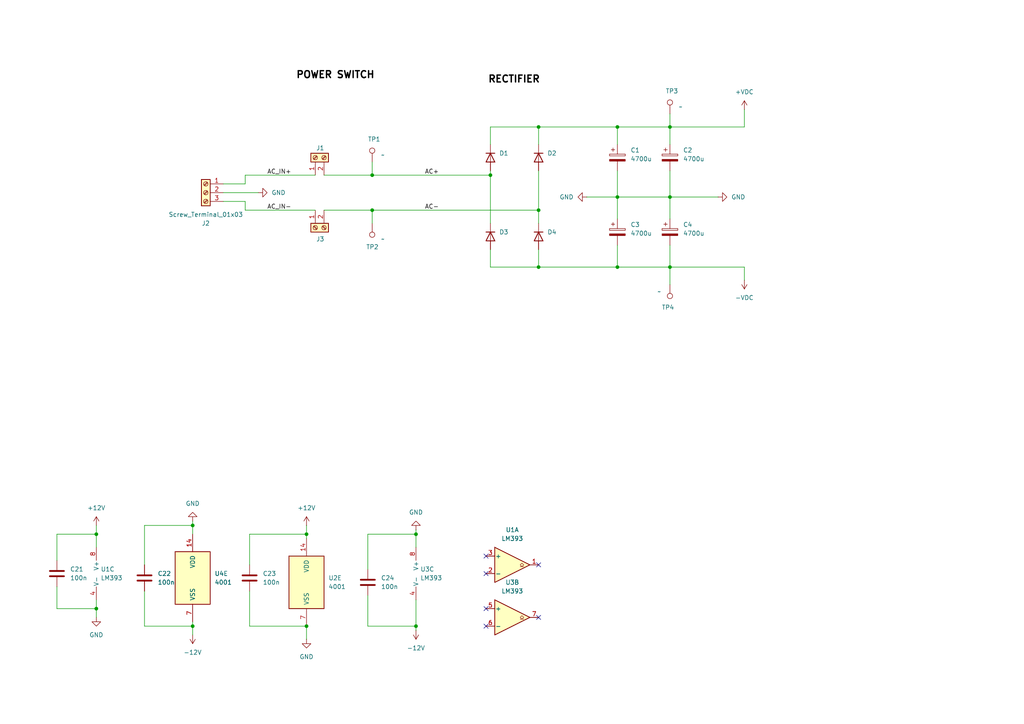
<source format=kicad_sch>
(kicad_sch (version 20231120) (generator "eeschema") (generator_version "8.0")
  (paper "A4")
  (title_block (title "Rectifier"))
  (lib_symbols
    (symbol "4xxx:4001" (pin_names (offset 1.016))
      (property "Reference" "U" (at 0 1.27 0))
      (property "Value" "4001" (at 0 -1.27 0))
      (symbol "4001_1_1"
        (arc (start -3.81 -3.81) (mid -2.589 0) (end -3.81 3.81) (stroke (width 0.254)))
        (arc (start -0.6096 -3.81) (mid 2.1842 -2.5851) (end 3.81 0) (stroke (width 0.254)) (fill (type background)))
        (polyline (pts (xy -3.81 -3.81) (xy -0.635 -3.81)) (stroke (width 0.254)) (fill (type background)))
        (polyline (pts (xy -3.81 3.81) (xy -0.635 3.81)) (stroke (width 0.254)) (fill (type background)))
        (polyline (pts (xy -0.635 3.81) (xy -3.81 3.81) (xy -3.81 3.81) (xy -3.556 3.4036) (xy -3.0226 2.2606) (xy -2.6924 1.0414) (xy -2.6162 -0.254) (xy -2.7686 -1.4986) (xy -3.175 -2.7178) (xy -3.81 -3.81) (xy -3.81 -3.81) (xy -0.635 -3.81)) (stroke (width -25.4)) (fill (type background)))
        (arc (start 3.81 0) (mid 2.1915 2.5936) (end -0.6096 3.81) (stroke (width 0.254)) (fill (type background)))
        (pin input line (at -7.62 2.54 0) (length 4.318) (name "~") (number "1"))
        (pin input line (at -7.62 -2.54 0) (length 4.318) (name "~") (number "2"))
        (pin output inverted (at 7.62 0 180) (length 3.81) (name "~") (number "3"))
      )
      (symbol "4001_1_2"
        (arc (start 0 -3.81) (mid 3.7934 0) (end 0 3.81) (stroke (width 0.254)) (fill (type background)))
        (polyline (pts (xy 0 3.81) (xy -3.81 3.81) (xy -3.81 -3.81) (xy 0 -3.81)) (stroke (width 0.254)) (fill (type background)))
        (pin input inverted (at -7.62 2.54 0) (length 3.81) (name "~") (number "1"))
        (pin input inverted (at -7.62 -2.54 0) (length 3.81) (name "~") (number "2"))
        (pin output line (at 7.62 0 180) (length 3.81) (name "~") (number "3"))
      )
      (symbol "4001_2_1"
        (arc (start -3.81 -3.81) (mid -2.589 0) (end -3.81 3.81) (stroke (width 0.254)))
        (arc (start -0.6096 -3.81) (mid 2.1842 -2.5851) (end 3.81 0) (stroke (width 0.254)) (fill (type background)))
        (polyline (pts (xy -3.81 -3.81) (xy -0.635 -3.81)) (stroke (width 0.254)) (fill (type background)))
        (polyline (pts (xy -3.81 3.81) (xy -0.635 3.81)) (stroke (width 0.254)) (fill (type background)))
        (polyline (pts (xy -0.635 3.81) (xy -3.81 3.81) (xy -3.81 3.81) (xy -3.556 3.4036) (xy -3.0226 2.2606) (xy -2.6924 1.0414) (xy -2.6162 -0.254) (xy -2.7686 -1.4986) (xy -3.175 -2.7178) (xy -3.81 -3.81) (xy -3.81 -3.81) (xy -0.635 -3.81)) (stroke (width -25.4)) (fill (type background)))
        (arc (start 3.81 0) (mid 2.1915 2.5936) (end -0.6096 3.81) (stroke (width 0.254)) (fill (type background)))
        (pin output inverted (at 7.62 0 180) (length 3.81) (name "~") (number "4"))
        (pin input line (at -7.62 2.54 0) (length 4.318) (name "~") (number "5"))
        (pin input line (at -7.62 -2.54 0) (length 4.318) (name "~") (number "6"))
      )
      (symbol "4001_2_2"
        (arc (start 0 -3.81) (mid 3.7934 0) (end 0 3.81) (stroke (width 0.254)) (fill (type background)))
        (polyline (pts (xy 0 3.81) (xy -3.81 3.81) (xy -3.81 -3.81) (xy 0 -3.81)) (stroke (width 0.254)) (fill (type background)))
        (pin output line (at 7.62 0 180) (length 3.81) (name "~") (number "4"))
        (pin input inverted (at -7.62 2.54 0) (length 3.81) (name "~") (number "5"))
        (pin input inverted (at -7.62 -2.54 0) (length 3.81) (name "~") (number "6"))
      )
      (symbol "4001_3_1"
        (arc (start -3.81 -3.81) (mid -2.589 0) (end -3.81 3.81) (stroke (width 0.254)))
        (arc (start -0.6096 -3.81) (mid 2.1842 -2.5851) (end 3.81 0) (stroke (width 0.254)) (fill (type background)))
        (polyline (pts (xy -3.81 -3.81) (xy -0.635 -3.81)) (stroke (width 0.254)) (fill (type background)))
        (polyline (pts (xy -3.81 3.81) (xy -0.635 3.81)) (stroke (width 0.254)) (fill (type background)))
        (polyline (pts (xy -0.635 3.81) (xy -3.81 3.81) (xy -3.81 3.81) (xy -3.556 3.4036) (xy -3.0226 2.2606) (xy -2.6924 1.0414) (xy -2.6162 -0.254) (xy -2.7686 -1.4986) (xy -3.175 -2.7178) (xy -3.81 -3.81) (xy -3.81 -3.81) (xy -0.635 -3.81)) (stroke (width -25.4)) (fill (type background)))
        (arc (start 3.81 0) (mid 2.1915 2.5936) (end -0.6096 3.81) (stroke (width 0.254)) (fill (type background)))
        (pin output inverted (at 7.62 0 180) (length 3.81) (name "~") (number "10"))
        (pin input line (at -7.62 2.54 0) (length 4.318) (name "~") (number "8"))
        (pin input line (at -7.62 -2.54 0) (length 4.318) (name "~") (number "9"))
      )
      (symbol "4001_3_2"
        (arc (start 0 -3.81) (mid 3.7934 0) (end 0 3.81) (stroke (width 0.254)) (fill (type background)))
        (polyline (pts (xy 0 3.81) (xy -3.81 3.81) (xy -3.81 -3.81) (xy 0 -3.81)) (stroke (width 0.254)) (fill (type background)))
        (pin output line (at 7.62 0 180) (length 3.81) (name "~") (number "10"))
        (pin input inverted (at -7.62 2.54 0) (length 3.81) (name "~") (number "8"))
        (pin input inverted (at -7.62 -2.54 0) (length 3.81) (name "~") (number "9"))
      )
      (symbol "4001_4_1"
        (arc (start -3.81 -3.81) (mid -2.589 0) (end -3.81 3.81) (stroke (width 0.254)))
        (arc (start -0.6096 -3.81) (mid 2.1842 -2.5851) (end 3.81 0) (stroke (width 0.254)) (fill (type background)))
        (polyline (pts (xy -3.81 -3.81) (xy -0.635 -3.81)) (stroke (width 0.254)) (fill (type background)))
        (polyline (pts (xy -3.81 3.81) (xy -0.635 3.81)) (stroke (width 0.254)) (fill (type background)))
        (polyline (pts (xy -0.635 3.81) (xy -3.81 3.81) (xy -3.81 3.81) (xy -3.556 3.4036) (xy -3.0226 2.2606) (xy -2.6924 1.0414) (xy -2.6162 -0.254) (xy -2.7686 -1.4986) (xy -3.175 -2.7178) (xy -3.81 -3.81) (xy -3.81 -3.81) (xy -0.635 -3.81)) (stroke (width -25.4)) (fill (type background)))
        (arc (start 3.81 0) (mid 2.1915 2.5936) (end -0.6096 3.81) (stroke (width 0.254)) (fill (type background)))
        (pin output inverted (at 7.62 0 180) (length 3.81) (name "~") (number "11"))
        (pin input line (at -7.62 2.54 0) (length 4.318) (name "~") (number "12"))
        (pin input line (at -7.62 -2.54 0) (length 4.318) (name "~") (number "13"))
      )
      (symbol "4001_4_2"
        (arc (start 0 -3.81) (mid 3.7934 0) (end 0 3.81) (stroke (width 0.254)) (fill (type background)))
        (polyline (pts (xy 0 3.81) (xy -3.81 3.81) (xy -3.81 -3.81) (xy 0 -3.81)) (stroke (width 0.254)) (fill (type background)))
        (pin output line (at 7.62 0 180) (length 3.81) (name "~") (number "11"))
        (pin input inverted (at -7.62 2.54 0) (length 3.81) (name "~") (number "12"))
        (pin input inverted (at -7.62 -2.54 0) (length 3.81) (name "~") (number "13"))
      )
      (symbol "4001_5_0"
        (pin power_in line (at 0 12.7 270) (length 5.08) (name "VDD") (number "14"))
        (pin power_in line (at 0 -12.7 90) (length 5.08) (name "VSS") (number "7"))
      )
      (symbol "4001_5_1"
        (rectangle (start -5.08 7.62) (end 5.08 -7.62) (stroke (width 0.254)) (fill (type background)))
      )
    )
    (symbol "Comparator:LM393" (pin_names (offset 0.127))
      (property "Reference" "U" (at 3.81 3.81 0))
      (property "Value" "LM393" (at 6.35 -3.81 0))
      (symbol "LM393_1_1"
        (polyline (pts (xy -5.08 5.08) (xy 5.08 0) (xy -5.08 -5.08) (xy -5.08 5.08)) (stroke (width 0.254)) (fill (type background)))
        (polyline (pts (xy 3.302 -0.508) (xy 2.794 -0.508) (xy 3.302 0) (xy 2.794 0.508) (xy 2.286 0) (xy 2.794 -0.508) (xy 2.286 -0.508)) (stroke (width 0.127)))
        (pin open_collector line (at 7.62 0 180) (length 2.54) (name "~") (number "1"))
        (pin input line (at -7.62 -2.54 0) (length 2.54) (name "-") (number "2"))
        (pin input line (at -7.62 2.54 0) (length 2.54) (name "+") (number "3"))
      )
      (symbol "LM393_2_1"
        (polyline (pts (xy -5.08 5.08) (xy 5.08 0) (xy -5.08 -5.08) (xy -5.08 5.08)) (stroke (width 0.254)) (fill (type background)))
        (polyline (pts (xy 3.302 -0.508) (xy 2.794 -0.508) (xy 3.302 0) (xy 2.794 0.508) (xy 2.286 0) (xy 2.794 -0.508) (xy 2.286 -0.508)) (stroke (width 0.127)))
        (pin input line (at -7.62 2.54 0) (length 2.54) (name "+") (number "5"))
        (pin input line (at -7.62 -2.54 0) (length 2.54) (name "-") (number "6"))
        (pin open_collector line (at 7.62 0 180) (length 2.54) (name "~") (number "7"))
      )
      (symbol "LM393_3_1"
        (pin power_in line (at -2.54 -7.62 90) (length 3.81) (name "V-") (number "4"))
        (pin power_in line (at -2.54 7.62 270) (length 3.81) (name "V+") (number "8"))
      )
    )
    (symbol "Connector:Screw_Terminal_01x02" (pin_names (offset 1.016) hide)
      (property "Reference" "J" (at 0 2.54 0))
      (property "Value" "Screw_Terminal_01x02" (at 0 -5.08 0))
      (symbol "Screw_Terminal_01x02_1_1"
        (rectangle (start -1.27 1.27) (end 1.27 -3.81) (stroke (width 0.254)) (fill (type background)))
        (circle (center 0 -2.54) (radius 0.635) (stroke (width 0.1524)))
        (polyline (pts (xy -0.5334 -2.2098) (xy 0.3302 -3.048)) (stroke (width 0.1524)))
        (polyline (pts (xy -0.5334 0.3302) (xy 0.3302 -0.508)) (stroke (width 0.1524)))
        (polyline (pts (xy -0.3556 -2.032) (xy 0.508 -2.8702)) (stroke (width 0.1524)))
        (polyline (pts (xy -0.3556 0.508) (xy 0.508 -0.3302)) (stroke (width 0.1524)))
        (circle (center 0 0) (radius 0.635) (stroke (width 0.1524)))
        (pin passive line (at -5.08 0 0) (length 3.81) (name "Pin_1") (number "1"))
        (pin passive line (at -5.08 -2.54 0) (length 3.81) (name "Pin_2") (number "2"))
      )
    )
    (symbol "Connector:Screw_Terminal_01x03" (pin_names (offset 1.016) hide)
      (property "Reference" "J" (at 0 5.08 0))
      (property "Value" "Screw_Terminal_01x03" (at 0 -5.08 0))
      (symbol "Screw_Terminal_01x03_1_1"
        (rectangle (start -1.27 3.81) (end 1.27 -3.81) (stroke (width 0.254)) (fill (type background)))
        (circle (center 0 -2.54) (radius 0.635) (stroke (width 0.1524)))
        (polyline (pts (xy -0.5334 -2.2098) (xy 0.3302 -3.048)) (stroke (width 0.1524)))
        (polyline (pts (xy -0.5334 0.3302) (xy 0.3302 -0.508)) (stroke (width 0.1524)))
        (polyline (pts (xy -0.5334 2.8702) (xy 0.3302 2.032)) (stroke (width 0.1524)))
        (polyline (pts (xy -0.3556 -2.032) (xy 0.508 -2.8702)) (stroke (width 0.1524)))
        (polyline (pts (xy -0.3556 0.508) (xy 0.508 -0.3302)) (stroke (width 0.1524)))
        (polyline (pts (xy -0.3556 3.048) (xy 0.508 2.2098)) (stroke (width 0.1524)))
        (circle (center 0 0) (radius 0.635) (stroke (width 0.1524)))
        (circle (center 0 2.54) (radius 0.635) (stroke (width 0.1524)))
        (pin passive line (at -5.08 2.54 0) (length 3.81) (name "Pin_1") (number "1"))
        (pin passive line (at -5.08 0 0) (length 3.81) (name "Pin_2") (number "2"))
        (pin passive line (at -5.08 -2.54 0) (length 3.81) (name "Pin_3") (number "3"))
      )
    )
    (symbol "Connector:TestPoint" (pin_numbers hide) (pin_names (offset 0.762) hide)
      (property "Reference" "TP" (at 0 6.858 0))
      (property "Value" "TestPoint" (at 0 5.08 0))
      (symbol "TestPoint_0_1"
        (circle (center 0 3.302) (radius 0.762))
      )
      (symbol "TestPoint_1_1"
        (pin passive line (at 0 0 90) (length 2.54) (name "1") (number "1"))
      )
    )
    (symbol "Device:C" (pin_numbers hide) (pin_names (offset 0.254))
      (property "Reference" "C" (at 0.635 2.54 0))
      (property "Value" "C" (at 0.635 -2.54 0))
      (symbol "C_0_1"
        (polyline (pts (xy -2.032 -0.762) (xy 2.032 -0.762)) (stroke (width 0.508)))
        (polyline (pts (xy -2.032 0.762) (xy 2.032 0.762)) (stroke (width 0.508)))
      )
      (symbol "C_1_1"
        (pin passive line (at 0 3.81 270) (length 2.794) (name "~") (number "1"))
        (pin passive line (at 0 -3.81 90) (length 2.794) (name "~") (number "2"))
      )
    )
    (symbol "Device:C_Polarized" (pin_numbers hide) (pin_names (offset 0.254))
      (property "Reference" "C" (at 0.635 2.54 0))
      (property "Value" "C_Polarized" (at 0.635 -2.54 0))
      (symbol "C_Polarized_0_1"
        (rectangle (start -2.286 0.508) (end 2.286 1.016))
        (polyline (pts (xy -1.778 2.286) (xy -0.762 2.286)))
        (polyline (pts (xy -1.27 2.794) (xy -1.27 1.778)))
        (rectangle (start 2.286 -0.508) (end -2.286 -1.016) (fill (type outline)))
      )
      (symbol "C_Polarized_1_1"
        (pin passive line (at 0 3.81 270) (length 2.794) (name "~") (number "1"))
        (pin passive line (at 0 -3.81 90) (length 2.794) (name "~") (number "2"))
      )
    )
    (symbol "SamacSys_Parts:FERD20H100STS" (pin_numbers hide) (pin_names hide)
      (property "Reference" "D" (at 4.318 7.112 0))
      (symbol "FERD20H100STS_0_1"
        (polyline (pts (xy -1.27 1.27) (xy -1.27 -1.27)) (stroke (width 0.254)))
        (polyline (pts (xy 1.27 0) (xy -1.27 0)))
        (polyline (pts (xy 1.27 1.27) (xy 1.27 -1.27) (xy -1.27 0) (xy 1.27 1.27)) (stroke (width 0.254)))
      )
      (symbol "FERD20H100STS_1_0"
        (pin passive line (at 3.81 0 180) (length 2.54) (name "A") (number "3"))
      )
      (symbol "FERD20H100STS_1_1"
        (pin passive line (at 3.81 0 180) (length 2.54) (name "A") (number "1"))
        (pin passive line (at -3.81 0 0) (length 2.54) (name "K") (number "2"))
      )
    )
    (symbol "power:+12L" (power) (pin_numbers hide) (pin_names (offset 0) hide)
      (property "Value" "+12L" (at 0 3.556 0))
      (symbol "+12L_0_1"
        (polyline (pts (xy -0.762 1.27) (xy 0 2.54)))
        (polyline (pts (xy 0 0) (xy 0 2.54)))
        (polyline (pts (xy 0 2.54) (xy 0.762 1.27)))
      )
      (symbol "+12L_1_1"
        (pin power_in line (at 0 0 90) (length 0) (name "~") (number "1"))
      )
    )
    (symbol "power:GND" (power) (pin_numbers hide) (pin_names (offset 0) hide)
      (property "Value" "GND" (at 0 -3.81 0))
      (symbol "GND_0_1"
        (polyline (pts (xy 0 0) (xy 0 -1.27) (xy 1.27 -1.27) (xy 0 -2.54) (xy -1.27 -1.27) (xy 0 -1.27)))
      )
      (symbol "GND_1_1"
        (pin power_in line (at 0 0 270) (length 0) (name "~") (number "1"))
      )
    )
  )
  (junction (at 156.21 60.96))
  (junction (at 107.95 50.8))
  (junction (at 55.88 152.4))
  (junction (at 88.9 181.61))
  (junction (at 107.95 60.96))
  (junction (at 194.31 36.83))
  (junction (at 179.07 36.83))
  (junction (at 55.88 181.61))
  (junction (at 120.65 154.94))
  (junction (at 194.31 77.47))
  (junction (at 120.65 181.61))
  (junction (at 27.94 176.53))
  (junction (at 179.07 77.47))
  (junction (at 142.24 50.8))
  (junction (at 27.94 154.94))
  (junction (at 156.21 77.47))
  (junction (at 156.21 36.83))
  (junction (at 179.07 57.15))
  (junction (at 88.9 154.94))
  (junction (at 194.31 57.15))
  (no_connect (at 140.97 181.61))
  (no_connect (at 140.97 166.37))
  (no_connect (at 156.21 163.83))
  (no_connect (at 156.21 179.07))
  (no_connect (at 140.97 161.29))
  (no_connect (at 140.97 176.53))
  (wire (pts (xy 16.51 154.94) (xy 16.51 162.56)))
  (wire (pts (xy 142.24 49.53) (xy 142.24 50.8)))
  (wire (pts (xy 107.95 60.96) (xy 156.21 60.96)))
  (wire (pts (xy 71.12 60.96) (xy 71.12 58.42)))
  (wire (pts (xy 120.65 154.94) (xy 120.65 158.75)))
  (wire (pts (xy 142.24 36.83) (xy 156.21 36.83)))
  (wire (pts (xy 88.9 152.4) (xy 88.9 154.94)))
  (wire (pts (xy 41.91 171.45) (xy 41.91 181.61)))
  (wire (pts (xy 88.9 154.94) (xy 72.39 154.94)))
  (wire (pts (xy 179.07 36.83) (xy 179.07 41.91)))
  (wire (pts (xy 106.68 181.61) (xy 120.65 181.61)))
  (wire (pts (xy 142.24 77.47) (xy 156.21 77.47)))
  (wire (pts (xy 156.21 60.96) (xy 156.21 64.77)))
  (wire (pts (xy 27.94 176.53) (xy 27.94 179.07)))
  (wire (pts (xy 72.39 154.94) (xy 72.39 163.83)))
  (wire (pts (xy 55.88 181.61) (xy 55.88 180.34)))
  (wire (pts (xy 27.94 173.99) (xy 27.94 176.53)))
  (wire (pts (xy 179.07 57.15) (xy 179.07 63.5)))
  (wire (pts (xy 27.94 154.94) (xy 27.94 158.75)))
  (wire (pts (xy 88.9 154.94) (xy 88.9 156.21)))
  (wire (pts (xy 72.39 171.45) (xy 72.39 181.61)))
  (wire (pts (xy 88.9 185.42) (xy 88.9 181.61)))
  (wire (pts (xy 156.21 77.47) (xy 179.07 77.47)))
  (wire (pts (xy 156.21 36.83) (xy 156.21 41.91)))
  (wire (pts (xy 194.31 77.47) (xy 179.07 77.47)))
  (wire (pts (xy 93.98 50.8) (xy 107.95 50.8)))
  (wire (pts (xy 142.24 72.39) (xy 142.24 77.47)))
  (wire (pts (xy 194.31 77.47) (xy 215.9 77.47)))
  (wire (pts (xy 194.31 57.15) (xy 208.28 57.15)))
  (wire (pts (xy 41.91 181.61) (xy 55.88 181.61)))
  (wire (pts (xy 71.12 58.42) (xy 64.77 58.42)))
  (wire (pts (xy 55.88 184.15) (xy 55.88 181.61)))
  (wire (pts (xy 55.88 152.4) (xy 41.91 152.4)))
  (wire (pts (xy 142.24 50.8) (xy 142.24 64.77)))
  (wire (pts (xy 27.94 154.94) (xy 16.51 154.94)))
  (wire (pts (xy 107.95 50.8) (xy 142.24 50.8)))
  (wire (pts (xy 156.21 49.53) (xy 156.21 60.96)))
  (wire (pts (xy 194.31 36.83) (xy 215.9 36.83)))
  (wire (pts (xy 194.31 71.12) (xy 194.31 77.47)))
  (wire (pts (xy 27.94 152.4) (xy 27.94 154.94)))
  (wire (pts (xy 120.65 182.88) (xy 120.65 181.61)))
  (wire (pts (xy 215.9 81.28) (xy 215.9 77.47)))
  (wire (pts (xy 194.31 36.83) (xy 194.31 41.91)))
  (wire (pts (xy 120.65 181.61) (xy 120.65 173.99)))
  (wire (pts (xy 106.68 154.94) (xy 120.65 154.94)))
  (wire (pts (xy 156.21 77.47) (xy 156.21 72.39)))
  (wire (pts (xy 215.9 31.75) (xy 215.9 36.83)))
  (wire (pts (xy 142.24 41.91) (xy 142.24 36.83)))
  (wire (pts (xy 107.95 60.96) (xy 107.95 64.77)))
  (wire (pts (xy 106.68 172.72) (xy 106.68 181.61)))
  (wire (pts (xy 71.12 60.96) (xy 91.44 60.96)))
  (wire (pts (xy 194.31 57.15) (xy 194.31 63.5)))
  (wire (pts (xy 194.31 33.02) (xy 194.31 36.83)))
  (wire (pts (xy 194.31 77.47) (xy 194.31 82.55)))
  (wire (pts (xy 179.07 36.83) (xy 194.31 36.83)))
  (wire (pts (xy 156.21 36.83) (xy 179.07 36.83)))
  (wire (pts (xy 93.98 60.96) (xy 107.95 60.96)))
  (wire (pts (xy 71.12 50.8) (xy 71.12 53.34)))
  (wire (pts (xy 71.12 50.8) (xy 91.44 50.8)))
  (wire (pts (xy 179.07 57.15) (xy 194.31 57.15)))
  (wire (pts (xy 106.68 165.1) (xy 106.68 154.94)))
  (wire (pts (xy 194.31 49.53) (xy 194.31 57.15)))
  (wire (pts (xy 120.65 153.67) (xy 120.65 154.94)))
  (wire (pts (xy 107.95 46.99) (xy 107.95 50.8)))
  (wire (pts (xy 170.18 57.15) (xy 179.07 57.15)))
  (wire (pts (xy 179.07 71.12) (xy 179.07 77.47)))
  (wire (pts (xy 179.07 49.53) (xy 179.07 57.15)))
  (wire (pts (xy 16.51 176.53) (xy 16.51 170.18)))
  (wire (pts (xy 71.12 53.34) (xy 64.77 53.34)))
  (wire (pts (xy 41.91 152.4) (xy 41.91 163.83)))
  (wire (pts (xy 27.94 176.53) (xy 16.51 176.53)))
  (wire (pts (xy 64.77 55.88) (xy 74.93 55.88)))
  (wire (pts (xy 72.39 181.61) (xy 88.9 181.61)))
  (wire (pts (xy 55.88 151.13) (xy 55.88 152.4)))
  (wire (pts (xy 55.88 152.4) (xy 55.88 154.94)))
  (text "RECTIFIER\n" (at 149.098 23.114 0) (effects (font (size 2 2) (thickness 0.4) (bold yes))))
  (text "POWER SWITCH\n" (at 97.282 21.844 0) (effects (font (size 2 2) (thickness 0.4) (bold yes))))
  (label "AC_IN-" (at 77.47 60.96 0))
  (label "AC-" (at 123.19 60.96 0))
  (label "AC_IN+" (at 77.47 50.8 0))
  (label "AC+" (at 123.19 50.8 0))
  (symbol (lib_id "power:+12L") (at 215.9 81.28 180) (unit 1)
    (property "Reference" "#PWR05" (effects (hide yes)))
    (property "Value" "-VDC" (at 215.9 86.36 0))
    (property "Description" "Power symbol creates a global label with name \"+12L\"" (effects (hide yes)))
  )
  (symbol (lib_id "4xxx:4001") (at 88.9 168.91 0) (unit 5)
    (property "Reference" "U2" (at 95.25 167.6399 0) (effects (justify left)))
    (property "Value" "4001" (at 95.25 170.1799 0) (effects (justify left)))
    (property "Footprint" "SamacSys_Parts:SOIC127P600X175-14N" (effects (hide yes)))
    (property "Datasheet" "http://www.intersil.com/content/dam/Intersil/documents/cd40/cd4000bms-01bms-02bms-25bms.pdf" (effects (hide yes)))
    (property "Description" "Quad Nor 2 inputs" (effects (hide yes)))
  )
  (symbol (lib_id "power:GND") (at 208.28 57.15 90) (unit 1)
    (property "Reference" "#PWR04" (effects (hide yes)))
    (property "Value" "GND" (at 212.09 57.1499 90) (effects (justify right)))
    (property "Description" "Power symbol creates a global label with name \"GND\" , ground" (effects (hide yes)))
  )
  (symbol (lib_id "power:GND") (at 27.94 179.07 0) (unit 1)
    (property "Reference" "#PWR010" (effects (hide yes)))
    (property "Value" "GND" (at 27.94 184.15 0))
    (property "Description" "Power symbol creates a global label with name \"GND\" , ground" (effects (hide yes)))
  )
  (symbol (lib_id "Connector:Screw_Terminal_01x03") (at 59.69 55.88 0) (mirror y) (unit 1)
    (property "Reference" "J2" (at 59.69 64.77 0))
    (property "Value" "Screw_Terminal_01x03" (at 59.69 62.23 0))
    (property "Footprint" "TerminalBlock_Phoenix:TerminalBlock_Phoenix_MKDS-1,5-3-5.08_1x03_P5.08mm_Horizontal" (effects (hide yes)))
    (property "Description" "Generic screw terminal, single row, 01x03, script generated (kicad-library-utils/schlib/autogen/connector/)" (effects (hide yes)))
  )
  (symbol (lib_id "Connector:Screw_Terminal_01x02") (at 91.44 45.72 90) (unit 1)
    (property "Reference" "J1" (at 91.694 42.926 90) (effects (justify right)))
    (property "Value" "Screw_Terminal_01x02" (effects (hide yes)))
    (property "Footprint" "TerminalBlock_Phoenix:TerminalBlock_Phoenix_MKDS-1,5-2-5.08_1x02_P5.08mm_Horizontal" (effects (hide yes)))
    (property "Description" "Generic screw terminal, single row, 01x02, script generated (kicad-library-utils/schlib/autogen/connector/)" (effects (hide yes)))
  )
  (symbol (lib_id "Device:C_Polarized") (at 194.31 67.31 0) (unit 1)
    (property "Reference" "C4" (at 198.12 65.1509 0) (effects (justify left)))
    (property "Value" "4700u" (at 198.12 67.6909 0) (effects (justify left)))
    (property "Footprint" "Capacitor_THT:CP_Radial_D22.0mm_P10.00mm_SnapIn" (effects (hide yes)))
    (property "Description" "Polarized capacitor" (effects (hide yes)))
  )
  (symbol (lib_id "SamacSys_Parts:FERD20H100STS") (at 142.24 45.72 270) (unit 1)
    (property "Reference" "D1" (at 144.78 44.4499 90) (effects (justify left)))
    (property "Value" "FERD20H100STS" (effects (hide yes)))
    (property "Footprint" "SamacSys_Parts:TO254P483X1010X2035-3P" (effects (hide yes)))
    (property "Datasheet" "https://www.arrow.com/en/products/ferd20h100sts/stmicroelectronics" (effects (hide yes)))
    (property "Description" "Diode 100V 20A 3-Pin(3+Tab) TO-220AB Tube" (effects (hide yes)))
    (property "Height" "4.6" (effects (hide yes)))
    (property "Mouser Part Number" "511-FERD20H100STS" (effects (hide yes)))
    (property "Mouser Price/Stock" "https://www.mouser.co.uk/ProductDetail/STMicroelectronics/FERD20H100STS?qs=CXI0wBT1M2jAjjcO6q9G1A%3D%3D" (effects (hide yes)))
    (property "Manufacturer_Name" "STMicroelectronics" (effects (hide yes)))
    (property "Manufacturer_Part_Number" "FERD20H100STS" (effects (hide yes)))
  )
  (symbol (lib_id "SamacSys_Parts:FERD20H100STS") (at 156.21 68.58 270) (unit 1)
    (property "Reference" "D4" (at 158.75 67.3099 90) (effects (justify left)))
    (property "Value" "FERD20H100STS" (effects (hide yes)))
    (property "Footprint" "SamacSys_Parts:TO254P483X1010X2035-3P" (effects (hide yes)))
    (property "Datasheet" "https://www.arrow.com/en/products/ferd20h100sts/stmicroelectronics" (effects (hide yes)))
    (property "Description" "Diode 100V 20A 3-Pin(3+Tab) TO-220AB Tube" (effects (hide yes)))
    (property "Height" "4.6" (effects (hide yes)))
    (property "Mouser Part Number" "511-FERD20H100STS" (effects (hide yes)))
    (property "Mouser Price/Stock" "https://www.mouser.co.uk/ProductDetail/STMicroelectronics/FERD20H100STS?qs=CXI0wBT1M2jAjjcO6q9G1A%3D%3D" (effects (hide yes)))
    (property "Manufacturer_Name" "STMicroelectronics" (effects (hide yes)))
    (property "Manufacturer_Part_Number" "FERD20H100STS" (effects (hide yes)))
  )
  (symbol (lib_id "Device:C_Polarized") (at 194.31 45.72 0) (unit 1)
    (property "Reference" "C2" (at 198.12 43.5609 0) (effects (justify left)))
    (property "Value" "4700u" (at 198.12 46.1009 0) (effects (justify left)))
    (property "Footprint" "Capacitor_THT:CP_Radial_D22.0mm_P10.00mm_SnapIn" (effects (hide yes)))
    (property "Description" "Polarized capacitor" (effects (hide yes)))
  )
  (symbol (lib_id "Device:C") (at 72.39 167.64 0) (unit 1)
    (property "Reference" "C23" (at 76.2 166.3699 0) (effects (justify left)))
    (property "Value" "100n" (at 76.2 168.9099 0) (effects (justify left)))
    (property "Footprint" "Capacitor_THT:C_Rect_L7.0mm_W2.5mm_P5.00mm" (effects (hide yes)))
    (property "Description" "Unpolarized capacitor" (effects (hide yes)))
  )
  (symbol (lib_id "Comparator:LM393") (at 123.19 166.37 0) (unit 3)
    (property "Reference" "U3" (at 121.92 165.0999 0) (effects (justify left)))
    (property "Value" "LM393" (at 121.92 167.6399 0) (effects (justify left)))
    (property "Footprint" "Package_SO:SOIC-8_3.9x4.9mm_P1.27mm" (effects (hide yes)))
    (property "Datasheet" "http://www.ti.com/lit/ds/symlink/lm393.pdf" (effects (hide yes)))
    (property "Description" "Low-Power, Low-Offset Voltage, Dual Comparators, DIP-8/SOIC-8/TO-99-8" (effects (hide yes)))
  )
  (symbol (lib_id "Connector:TestPoint") (at 194.31 33.02 0) (unit 1)
    (property "Reference" "TP3" (at 193.04 26.416 0) (effects (justify left)))
    (property "Value" "~" (at 196.85 30.9879 0) (effects (justify left)))
    (property "Footprint" "Connector_Pin:Pin_D1.3mm_L10.0mm_W3.5mm_Flat" (effects (hide yes)))
    (property "Description" "test point" (effects (hide yes)))
  )
  (symbol (lib_id "power:+12L") (at 120.65 182.88 180) (unit 1)
    (property "Reference" "#PWR011" (effects (hide yes)))
    (property "Value" "-12V" (at 120.65 187.96 0))
    (property "Description" "Power symbol creates a global label with name \"+12L\"" (effects (hide yes)))
  )
  (symbol (lib_id "Comparator:LM393") (at 148.59 179.07 0) (unit 2)
    (property "Reference" "U3" (at 148.59 168.91 0))
    (property "Value" "LM393" (at 148.59 171.45 0))
    (property "Footprint" "Package_SO:SOIC-8_3.9x4.9mm_P1.27mm" (effects (hide yes)))
    (property "Datasheet" "http://www.ti.com/lit/ds/symlink/lm393.pdf" (effects (hide yes)))
    (property "Description" "Low-Power, Low-Offset Voltage, Dual Comparators, DIP-8/SOIC-8/TO-99-8" (effects (hide yes)))
  )
  (symbol (lib_id "4xxx:4001") (at 55.88 167.64 0) (unit 5)
    (property "Reference" "U4" (at 62.23 166.3699 0) (effects (justify left)))
    (property "Value" "4001" (at 62.23 168.9099 0) (effects (justify left)))
    (property "Footprint" "SamacSys_Parts:SOIC127P600X175-14N" (effects (hide yes)))
    (property "Datasheet" "http://www.intersil.com/content/dam/Intersil/documents/cd40/cd4000bms-01bms-02bms-25bms.pdf" (effects (hide yes)))
    (property "Description" "Quad Nor 2 inputs" (effects (hide yes)))
  )
  (symbol (lib_id "Device:C_Polarized") (at 179.07 67.31 0) (unit 1)
    (property "Reference" "C3" (at 182.88 65.1509 0) (effects (justify left)))
    (property "Value" "4700u" (at 182.88 67.6909 0) (effects (justify left)))
    (property "Footprint" "Capacitor_THT:CP_Radial_D22.0mm_P10.00mm_SnapIn" (effects (hide yes)))
    (property "Description" "Polarized capacitor" (effects (hide yes)))
  )
  (symbol (lib_id "Device:C") (at 106.68 168.91 0) (unit 1)
    (property "Reference" "C24" (at 110.49 167.6399 0) (effects (justify left)))
    (property "Value" "100n" (at 110.49 170.1799 0) (effects (justify left)))
    (property "Footprint" "Capacitor_THT:C_Rect_L7.0mm_W2.5mm_P5.00mm" (effects (hide yes)))
    (property "Description" "Unpolarized capacitor" (effects (hide yes)))
  )
  (symbol (lib_id "power:+12L") (at 215.9 31.75 0) (unit 1)
    (property "Reference" "#PWR01" (effects (hide yes)))
    (property "Value" "+VDC" (at 215.9 26.67 0))
    (property "Description" "Power symbol creates a global label with name \"+12L\"" (effects (hide yes)))
  )
  (symbol (lib_id "SamacSys_Parts:FERD20H100STS") (at 156.21 45.72 270) (unit 1)
    (property "Reference" "D2" (at 158.75 44.4499 90) (effects (justify left)))
    (property "Value" "FERD20H100STS" (effects (hide yes)))
    (property "Footprint" "SamacSys_Parts:TO254P483X1010X2035-3P" (effects (hide yes)))
    (property "Datasheet" "https://www.arrow.com/en/products/ferd20h100sts/stmicroelectronics" (effects (hide yes)))
    (property "Description" "Diode 100V 20A 3-Pin(3+Tab) TO-220AB Tube" (effects (hide yes)))
    (property "Height" "4.6" (effects (hide yes)))
    (property "Mouser Part Number" "511-FERD20H100STS" (effects (hide yes)))
    (property "Mouser Price/Stock" "https://www.mouser.co.uk/ProductDetail/STMicroelectronics/FERD20H100STS?qs=CXI0wBT1M2jAjjcO6q9G1A%3D%3D" (effects (hide yes)))
    (property "Manufacturer_Name" "STMicroelectronics" (effects (hide yes)))
    (property "Manufacturer_Part_Number" "FERD20H100STS" (effects (hide yes)))
  )
  (symbol (lib_id "power:+12L") (at 55.88 184.15 180) (unit 1)
    (property "Reference" "#PWR012" (effects (hide yes)))
    (property "Value" "-12V" (at 55.88 189.23 0))
    (property "Description" "Power symbol creates a global label with name \"+12L\"" (effects (hide yes)))
  )
  (symbol (lib_id "Comparator:LM393") (at 30.48 166.37 0) (unit 3)
    (property "Reference" "U1" (at 29.21 165.0999 0) (effects (justify left)))
    (property "Value" "LM393" (at 29.21 167.6399 0) (effects (justify left)))
    (property "Footprint" "Package_SO:SOIC-8_3.9x4.9mm_P1.27mm" (effects (hide yes)))
    (property "Datasheet" "http://www.ti.com/lit/ds/symlink/lm393.pdf" (effects (hide yes)))
    (property "Description" "Low-Power, Low-Offset Voltage, Dual Comparators, DIP-8/SOIC-8/TO-99-8" (effects (hide yes)))
  )
  (symbol (lib_id "power:GND") (at 74.93 55.88 90) (unit 1)
    (property "Reference" "#PWR02" (effects (hide yes)))
    (property "Value" "GND" (at 78.74 55.8799 90) (effects (justify right)))
    (property "Description" "Power symbol creates a global label with name \"GND\" , ground" (effects (hide yes)))
  )
  (symbol (lib_id "SamacSys_Parts:FERD20H100STS") (at 142.24 68.58 270) (unit 1)
    (property "Reference" "D3" (at 144.78 67.3099 90) (effects (justify left)))
    (property "Value" "FERD20H100STS" (effects (hide yes)))
    (property "Footprint" "SamacSys_Parts:TO254P483X1010X2035-3P" (effects (hide yes)))
    (property "Datasheet" "https://www.arrow.com/en/products/ferd20h100sts/stmicroelectronics" (effects (hide yes)))
    (property "Description" "Diode 100V 20A 3-Pin(3+Tab) TO-220AB Tube" (effects (hide yes)))
    (property "Height" "4.6" (effects (hide yes)))
    (property "Mouser Part Number" "511-FERD20H100STS" (effects (hide yes)))
    (property "Mouser Price/Stock" "https://www.mouser.co.uk/ProductDetail/STMicroelectronics/FERD20H100STS?qs=CXI0wBT1M2jAjjcO6q9G1A%3D%3D" (effects (hide yes)))
    (property "Manufacturer_Name" "STMicroelectronics" (effects (hide yes)))
    (property "Manufacturer_Part_Number" "FERD20H100STS" (effects (hide yes)))
  )
  (symbol (lib_id "Device:C_Polarized") (at 179.07 45.72 0) (unit 1)
    (property "Reference" "C1" (at 182.88 43.5609 0) (effects (justify left)))
    (property "Value" "4700u" (at 182.88 46.1009 0) (effects (justify left)))
    (property "Footprint" "Capacitor_THT:CP_Radial_D22.0mm_P10.00mm_SnapIn" (effects (hide yes)))
    (property "Description" "Polarized capacitor" (effects (hide yes)))
  )
  (symbol (lib_id "power:+12L") (at 27.94 152.4 0) (unit 1)
    (property "Reference" "#PWR08" (effects (hide yes)))
    (property "Value" "+12V" (at 27.94 147.32 0))
    (property "Description" "Power symbol creates a global label with name \"+12L\"" (effects (hide yes)))
  )
  (symbol (lib_id "power:GND") (at 88.9 185.42 0) (unit 1)
    (property "Reference" "#PWR013" (effects (hide yes)))
    (property "Value" "GND" (at 88.9 190.5 0))
    (property "Description" "Power symbol creates a global label with name \"GND\" , ground" (effects (hide yes)))
  )
  (symbol (lib_id "power:+12L") (at 88.9 152.4 0) (unit 1)
    (property "Reference" "#PWR07" (effects (hide yes)))
    (property "Value" "+12V" (at 88.9 147.32 0))
    (property "Description" "Power symbol creates a global label with name \"+12L\"" (effects (hide yes)))
  )
  (symbol (lib_id "power:GND") (at 120.65 153.67 180) (unit 1)
    (property "Reference" "#PWR09" (effects (hide yes)))
    (property "Value" "GND" (at 120.65 148.59 0))
    (property "Description" "Power symbol creates a global label with name \"GND\" , ground" (effects (hide yes)))
  )
  (symbol (lib_id "Connector:TestPoint") (at 107.95 46.99 0) (unit 1)
    (property "Reference" "TP1" (at 106.68 40.386 0) (effects (justify left)))
    (property "Value" "~" (at 110.49 44.9579 0) (effects (justify left)))
    (property "Footprint" "Connector_Pin:Pin_D1.3mm_L10.0mm_W3.5mm_Flat" (effects (hide yes)))
    (property "Description" "test point" (effects (hide yes)))
  )
  (symbol (lib_id "Device:C") (at 41.91 167.64 0) (unit 1)
    (property "Reference" "C22" (at 45.72 166.3699 0) (effects (justify left)))
    (property "Value" "100n" (at 45.72 168.9099 0) (effects (justify left)))
    (property "Footprint" "Capacitor_THT:C_Rect_L7.0mm_W2.5mm_P5.00mm" (effects (hide yes)))
    (property "Description" "Unpolarized capacitor" (effects (hide yes)))
  )
  (symbol (lib_id "Connector:TestPoint") (at 107.95 64.77 180) (unit 1)
    (property "Reference" "TP2" (at 106.172 71.628 0) (effects (justify right)))
    (property "Value" "~" (at 110.49 69.3419 0) (effects (justify right)))
    (property "Footprint" "Connector_Pin:Pin_D1.3mm_L10.0mm_W3.5mm_Flat" (effects (hide yes)))
    (property "Description" "test point" (effects (hide yes)))
  )
  (symbol (lib_id "power:GND") (at 55.88 151.13 180) (unit 1)
    (property "Reference" "#PWR06" (effects (hide yes)))
    (property "Value" "GND" (at 55.88 146.05 0))
    (property "Description" "Power symbol creates a global label with name \"GND\" , ground" (effects (hide yes)))
  )
  (symbol (lib_id "Connector:TestPoint") (at 194.31 82.55 180) (unit 1)
    (property "Reference" "TP4" (at 195.58 89.154 0) (effects (justify left)))
    (property "Value" "~" (at 191.77 84.5821 0) (effects (justify left)))
    (property "Footprint" "Connector_Pin:Pin_D1.3mm_L10.0mm_W3.5mm_Flat" (effects (hide yes)))
    (property "Description" "test point" (effects (hide yes)))
  )
  (symbol (lib_id "power:GND") (at 170.18 57.15 270) (unit 1)
    (property "Reference" "#PWR03" (effects (hide yes)))
    (property "Value" "GND" (at 166.37 57.1499 90) (effects (justify right)))
    (property "Description" "Power symbol creates a global label with name \"GND\" , ground" (effects (hide yes)))
  )
  (symbol (lib_id "Connector:Screw_Terminal_01x02") (at 91.44 66.04 90) (mirror x) (unit 1)
    (property "Reference" "J3" (at 91.694 69.342 90) (effects (justify right)))
    (property "Value" "Screw_Terminal_01x02" (effects (hide yes)))
    (property "Footprint" "TerminalBlock_Phoenix:TerminalBlock_Phoenix_MKDS-1,5-2-5.08_1x02_P5.08mm_Horizontal" (effects (hide yes)))
    (property "Description" "Generic screw terminal, single row, 01x02, script generated (kicad-library-utils/schlib/autogen/connector/)" (effects (hide yes)))
  )
  (symbol (lib_id "Device:C") (at 16.51 166.37 0) (unit 1)
    (property "Reference" "C21" (at 20.32 165.0999 0) (effects (justify left)))
    (property "Value" "100n" (at 20.32 167.6399 0) (effects (justify left)))
    (property "Footprint" "Capacitor_THT:C_Rect_L7.0mm_W2.5mm_P5.00mm" (effects (hide yes)))
    (property "Description" "Unpolarized capacitor" (effects (hide yes)))
  )
  (symbol (lib_id "Comparator:LM393") (at 148.59 163.83 0) (unit 1)
    (property "Reference" "U1" (at 148.59 153.67 0))
    (property "Value" "LM393" (at 148.59 156.21 0))
    (property "Footprint" "Package_SO:SOIC-8_3.9x4.9mm_P1.27mm" (effects (hide yes)))
    (property "Datasheet" "http://www.ti.com/lit/ds/symlink/lm393.pdf" (effects (hide yes)))
    (property "Description" "Low-Power, Low-Offset Voltage, Dual Comparators, DIP-8/SOIC-8/TO-99-8" (effects (hide yes)))
  )
)
</source>
